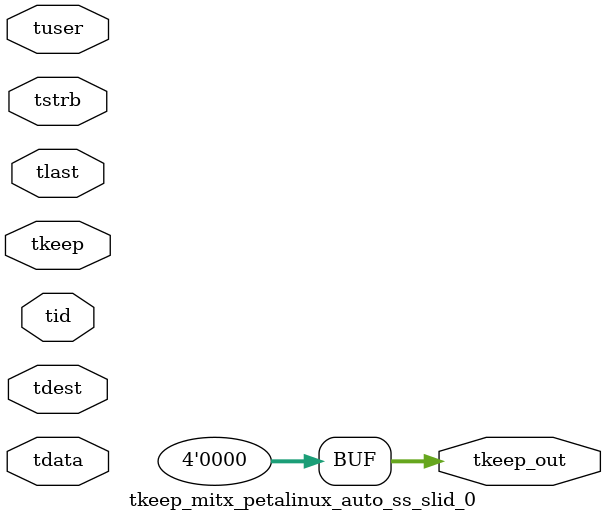
<source format=v>


`timescale 1ps/1ps

module tkeep_mitx_petalinux_auto_ss_slid_0 #
(
parameter C_S_AXIS_TDATA_WIDTH = 32,
parameter C_S_AXIS_TUSER_WIDTH = 0,
parameter C_S_AXIS_TID_WIDTH   = 0,
parameter C_S_AXIS_TDEST_WIDTH = 0,
parameter C_M_AXIS_TDATA_WIDTH = 32
)
(
input  [(C_S_AXIS_TDATA_WIDTH == 0 ? 1 : C_S_AXIS_TDATA_WIDTH)-1:0     ] tdata,
input  [(C_S_AXIS_TUSER_WIDTH == 0 ? 1 : C_S_AXIS_TUSER_WIDTH)-1:0     ] tuser,
input  [(C_S_AXIS_TID_WIDTH   == 0 ? 1 : C_S_AXIS_TID_WIDTH)-1:0       ] tid,
input  [(C_S_AXIS_TDEST_WIDTH == 0 ? 1 : C_S_AXIS_TDEST_WIDTH)-1:0     ] tdest,
input  [(C_S_AXIS_TDATA_WIDTH/8)-1:0 ] tkeep,
input  [(C_S_AXIS_TDATA_WIDTH/8)-1:0 ] tstrb,
input                                                                    tlast,
output [(C_M_AXIS_TDATA_WIDTH/8)-1:0 ] tkeep_out
);

assign tkeep_out = {1'b0};

endmodule


</source>
